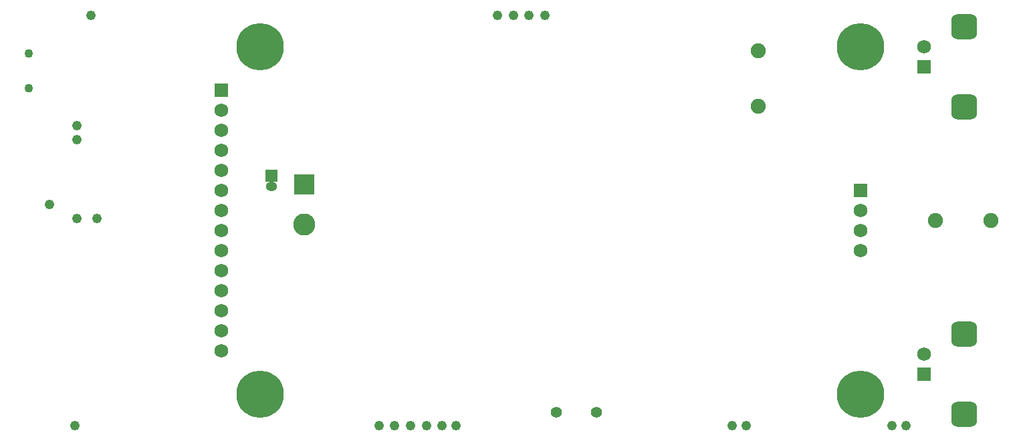
<source format=gbs>
G04*
G04 #@! TF.GenerationSoftware,Altium Limited,Altium Designer,21.1.1 (26)*
G04*
G04 Layer_Color=16711935*
%FSLAX25Y25*%
%MOIN*%
G70*
G04*
G04 #@! TF.SameCoordinates,699B9FA1-69CE-4F8E-812B-AA759A78C5B1*
G04*
G04*
G04 #@! TF.FilePolarity,Negative*
G04*
G01*
G75*
%ADD135C,0.23622*%
%ADD136R,0.06800X0.06800*%
%ADD137C,0.06800*%
%ADD139O,0.05724X0.04543*%
G04:AMPARAMS|DCode=140|XSize=128mil|YSize=128mil|CornerRadius=34mil|HoleSize=0mil|Usage=FLASHONLY|Rotation=270.000|XOffset=0mil|YOffset=0mil|HoleType=Round|Shape=RoundedRectangle|*
%AMROUNDEDRECTD140*
21,1,0.12800,0.06000,0,0,270.0*
21,1,0.06000,0.12800,0,0,270.0*
1,1,0.06800,-0.03000,-0.03000*
1,1,0.06800,-0.03000,0.03000*
1,1,0.06800,0.03000,0.03000*
1,1,0.06800,0.03000,-0.03000*
%
%ADD140ROUNDEDRECTD140*%
%ADD141C,0.11000*%
%ADD142R,0.10000X0.10000*%
%ADD143C,0.04343*%
%ADD144C,0.05524*%
%ADD145C,0.04800*%
%ADD146C,0.07493*%
%ADD165R,0.06299X0.06299*%
D135*
X432756Y519685D02*
D03*
Y346457D02*
D03*
X732283D02*
D03*
Y519685D02*
D03*
D136*
Y448071D02*
D03*
X413386Y498071D02*
D03*
X763779Y356299D02*
D03*
Y509842D02*
D03*
D137*
X732283Y438071D02*
D03*
Y428071D02*
D03*
Y418071D02*
D03*
X413386Y368071D02*
D03*
Y378071D02*
D03*
Y388071D02*
D03*
Y398071D02*
D03*
Y408071D02*
D03*
Y418071D02*
D03*
Y428071D02*
D03*
Y438071D02*
D03*
Y448071D02*
D03*
Y458071D02*
D03*
Y468071D02*
D03*
Y478071D02*
D03*
Y488071D02*
D03*
X763779Y366299D02*
D03*
Y519842D02*
D03*
D139*
X438583Y449956D02*
D03*
D140*
X783779Y336299D02*
D03*
Y376299D02*
D03*
Y529843D02*
D03*
Y489843D02*
D03*
D141*
X454724Y431102D02*
D03*
D142*
Y451102D02*
D03*
D143*
X317524Y499213D02*
D03*
Y516535D02*
D03*
D144*
X600394Y337402D02*
D03*
X580709D02*
D03*
D145*
X566929Y535433D02*
D03*
X668307Y330709D02*
D03*
X675197D02*
D03*
X530512D02*
D03*
X340551D02*
D03*
X559055Y535433D02*
D03*
X551181D02*
D03*
X754921Y330709D02*
D03*
X748032D02*
D03*
X574803Y535433D02*
D03*
X341535Y434055D02*
D03*
Y480315D02*
D03*
Y473425D02*
D03*
X348425Y535433D02*
D03*
X507874Y330709D02*
D03*
X515748D02*
D03*
X523622D02*
D03*
X492126D02*
D03*
X500000D02*
D03*
X328004Y440917D02*
D03*
X351378Y434055D02*
D03*
D146*
X681102Y490158D02*
D03*
Y517717D02*
D03*
X797244Y433071D02*
D03*
X769685D02*
D03*
D165*
X438583Y455556D02*
D03*
M02*

</source>
